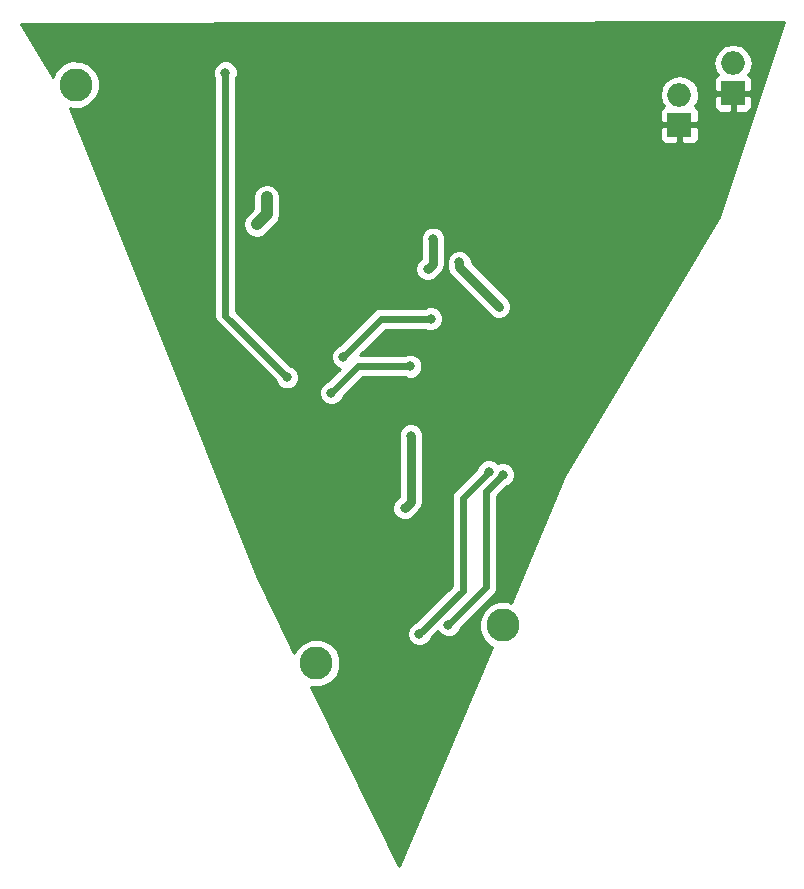
<source format=gbr>
G04 #@! TF.GenerationSoftware,KiCad,Pcbnew,no-vcs-found*
G04 #@! TF.CreationDate,2018-07-23T22:53:43+02:00*
G04 #@! TF.ProjectId,mycelium_pcb_sensor,6D7963656C69756D5F7063625F73656E,rev?*
G04 #@! TF.SameCoordinates,Original
G04 #@! TF.FileFunction,Copper,L2,Bot,Signal*
G04 #@! TF.FilePolarity,Positive*
%FSLAX46Y46*%
G04 Gerber Fmt 4.6, Leading zero omitted, Abs format (unit mm)*
G04 Created by KiCad (PCBNEW no-vcs-found) date Mon Jul 23 22:53:43 2018*
%MOMM*%
%LPD*%
G01*
G04 APERTURE LIST*
%ADD10O,2.000000X2.000000*%
%ADD11R,2.000000X2.000000*%
%ADD12C,2.800000*%
%ADD13C,0.800000*%
%ADD14C,0.250000*%
%ADD15C,0.800000*%
%ADD16C,1.000000*%
%ADD17C,0.600000*%
%ADD18C,0.254000*%
G04 APERTURE END LIST*
D10*
X87210900Y-45999400D03*
D11*
X87210900Y-48539400D03*
X82677000Y-51206400D03*
D10*
X82677000Y-48666400D03*
D12*
X31559500Y-47802800D03*
X51917600Y-96786700D03*
X67729100Y-93599000D03*
D13*
X69964300Y-70142100D03*
X68224400Y-63030100D03*
X54648100Y-94996000D03*
X59397900Y-99301300D03*
X56210200Y-90474800D03*
X45770800Y-71132700D03*
X69062600Y-76225400D03*
X54254400Y-75438000D03*
X42799000Y-53759100D03*
X45707300Y-55600600D03*
X56883300Y-62750700D03*
X52920900Y-65874900D03*
X64312800Y-66217800D03*
X71755000Y-60236100D03*
X77952600Y-55765700D03*
X61353700Y-63423800D03*
X61798200Y-60858400D03*
X59397900Y-83667600D03*
X59931300Y-77533500D03*
X64033400Y-62865000D03*
X67386200Y-66611500D03*
X47726600Y-57327800D03*
X46888400Y-59626500D03*
X49453800Y-72580500D03*
X44234100Y-46786800D03*
X61607700Y-67627500D03*
X54178200Y-70866000D03*
X67703700Y-80835500D03*
X63119000Y-93573600D03*
X66522600Y-80581500D03*
X60655200Y-94322900D03*
X53187600Y-73914000D03*
X59880500Y-71666100D03*
D14*
X52920900Y-65874900D02*
X52920900Y-65887600D01*
D15*
X61353700Y-63423800D02*
X61798200Y-62979300D01*
X61798200Y-62979300D02*
X61798200Y-60858400D01*
X59397900Y-83667600D02*
X59931300Y-83134200D01*
X59931300Y-83134200D02*
X59931300Y-77533500D01*
X64033400Y-63258700D02*
X64033400Y-62865000D01*
X67386200Y-66611500D02*
X64033400Y-63258700D01*
D16*
X47726600Y-58788300D02*
X47726600Y-57327800D01*
X46888400Y-59626500D02*
X47726600Y-58788300D01*
D17*
X49453800Y-72580500D02*
X44234100Y-67360800D01*
X44234100Y-67360800D02*
X44234100Y-46786800D01*
X57416700Y-67627500D02*
X61607700Y-67627500D01*
X54178200Y-70866000D02*
X57416700Y-67627500D01*
X66306700Y-82232500D02*
X67703700Y-80835500D01*
X66306700Y-90385900D02*
X66306700Y-82232500D01*
X63119000Y-93573600D02*
X66306700Y-90385900D01*
X64312800Y-82791300D02*
X66522600Y-80581500D01*
X64312800Y-90665300D02*
X64312800Y-82791300D01*
X60655200Y-94322900D02*
X64312800Y-90665300D01*
X53187600Y-73914000D02*
X55460900Y-71666100D01*
X55460900Y-71666100D02*
X59880500Y-71666100D01*
D18*
G36*
X85989931Y-59001694D02*
X72915876Y-80961030D01*
X72908062Y-80976457D01*
X68379461Y-91665588D01*
X68135662Y-91564354D01*
X67326089Y-91563648D01*
X66577871Y-91872805D01*
X66004917Y-92444760D01*
X65694454Y-93192438D01*
X65693748Y-94002011D01*
X66002905Y-94750229D01*
X66574860Y-95323183D01*
X66791719Y-95413231D01*
X58919644Y-113994163D01*
X51484199Y-98810202D01*
X51511038Y-98821346D01*
X52320611Y-98822052D01*
X53068829Y-98512895D01*
X53641783Y-97940940D01*
X53952246Y-97193262D01*
X53952952Y-96383689D01*
X53643795Y-95635471D01*
X53071840Y-95062517D01*
X52324162Y-94752054D01*
X51514589Y-94751348D01*
X50766371Y-95060505D01*
X50193417Y-95632460D01*
X50071668Y-95925664D01*
X49387182Y-94527871D01*
X59620021Y-94527871D01*
X59777258Y-94908415D01*
X60068154Y-95199819D01*
X60448423Y-95357720D01*
X60860171Y-95358079D01*
X61240715Y-95200842D01*
X61532119Y-94909946D01*
X61632721Y-94667669D01*
X62211883Y-94088507D01*
X62241058Y-94159115D01*
X62531954Y-94450519D01*
X62912223Y-94608420D01*
X63323971Y-94608779D01*
X63704515Y-94451542D01*
X63995919Y-94160646D01*
X64096521Y-93918369D01*
X66967845Y-91047045D01*
X66983839Y-91023108D01*
X67170527Y-90743709D01*
X67186124Y-90665300D01*
X67241701Y-90385900D01*
X67241700Y-90385895D01*
X67241700Y-82619790D01*
X68048648Y-81812842D01*
X68289215Y-81713442D01*
X68580619Y-81422546D01*
X68738520Y-81042277D01*
X68738879Y-80630529D01*
X68581642Y-80249985D01*
X68290746Y-79958581D01*
X67910477Y-79800680D01*
X67498729Y-79800321D01*
X67290930Y-79886182D01*
X67109646Y-79704581D01*
X66729377Y-79546680D01*
X66317629Y-79546321D01*
X65937085Y-79703558D01*
X65645681Y-79994454D01*
X65545079Y-80236731D01*
X63651655Y-82130155D01*
X63448973Y-82433491D01*
X63377800Y-82791300D01*
X63377800Y-90278010D01*
X60310252Y-93345558D01*
X60069685Y-93444958D01*
X59778281Y-93735854D01*
X59620380Y-94116123D01*
X59620021Y-94527871D01*
X49387182Y-94527871D01*
X46979143Y-89610402D01*
X44682224Y-83872571D01*
X58362721Y-83872571D01*
X58519958Y-84253115D01*
X58810854Y-84544519D01*
X59191123Y-84702420D01*
X59397896Y-84702600D01*
X59397900Y-84702601D01*
X59397904Y-84702600D01*
X59602871Y-84702779D01*
X59983415Y-84545542D01*
X60274819Y-84254646D01*
X60274999Y-84254213D01*
X60663153Y-83866058D01*
X60663156Y-83866056D01*
X60887515Y-83530277D01*
X60900971Y-83462629D01*
X60966301Y-83134200D01*
X60966300Y-83134195D01*
X60966300Y-77533500D01*
X60966479Y-77328529D01*
X60809242Y-76947985D01*
X60518346Y-76656581D01*
X60138077Y-76498680D01*
X59726329Y-76498321D01*
X59345785Y-76655558D01*
X59054381Y-76946454D01*
X58896480Y-77326723D01*
X58896121Y-77738471D01*
X58896300Y-77738904D01*
X58896300Y-82705488D01*
X58666109Y-82935679D01*
X58520981Y-83080554D01*
X58363080Y-83460823D01*
X58362900Y-83667596D01*
X58362899Y-83667600D01*
X58362900Y-83667604D01*
X58362721Y-83872571D01*
X44682224Y-83872571D01*
X40777745Y-74118971D01*
X52152421Y-74118971D01*
X52309658Y-74499515D01*
X52600554Y-74790919D01*
X52980823Y-74948820D01*
X53392571Y-74949179D01*
X53773115Y-74791942D01*
X54064519Y-74501046D01*
X54162616Y-74264801D01*
X55845116Y-72601100D01*
X59433329Y-72601100D01*
X59673723Y-72700920D01*
X60085471Y-72701279D01*
X60466015Y-72544042D01*
X60757419Y-72253146D01*
X60915320Y-71872877D01*
X60915679Y-71461129D01*
X60758442Y-71080585D01*
X60467546Y-70789181D01*
X60087277Y-70631280D01*
X59675529Y-70630921D01*
X59433076Y-70731100D01*
X55635390Y-70731100D01*
X57803990Y-68562500D01*
X61160529Y-68562500D01*
X61400923Y-68662320D01*
X61812671Y-68662679D01*
X62193215Y-68505442D01*
X62484619Y-68214546D01*
X62642520Y-67834277D01*
X62642879Y-67422529D01*
X62485642Y-67041985D01*
X62194746Y-66750581D01*
X61814477Y-66592680D01*
X61402729Y-66592321D01*
X61160276Y-66692500D01*
X57416700Y-66692500D01*
X57058891Y-66763673D01*
X56755555Y-66966355D01*
X53833252Y-69888658D01*
X53592685Y-69988058D01*
X53301281Y-70278954D01*
X53143380Y-70659223D01*
X53143021Y-71070971D01*
X53300258Y-71451515D01*
X53591154Y-71742919D01*
X53916718Y-71878105D01*
X52848753Y-72934137D01*
X52602085Y-73036058D01*
X52310681Y-73326954D01*
X52152780Y-73707223D01*
X52152421Y-74118971D01*
X40777745Y-74118971D01*
X31038557Y-49789951D01*
X31152938Y-49837446D01*
X31962511Y-49838152D01*
X32710729Y-49528995D01*
X33283683Y-48957040D01*
X33594146Y-48209362D01*
X33594852Y-47399789D01*
X33426263Y-46991771D01*
X43198921Y-46991771D01*
X43299100Y-47234224D01*
X43299100Y-67360800D01*
X43370273Y-67718609D01*
X43572955Y-68021945D01*
X48476458Y-72925448D01*
X48575858Y-73166015D01*
X48866754Y-73457419D01*
X49247023Y-73615320D01*
X49658771Y-73615679D01*
X50039315Y-73458442D01*
X50330719Y-73167546D01*
X50488620Y-72787277D01*
X50488979Y-72375529D01*
X50331742Y-71994985D01*
X50040846Y-71703581D01*
X49798569Y-71602979D01*
X45169100Y-66973510D01*
X45169100Y-63628771D01*
X60318521Y-63628771D01*
X60475758Y-64009315D01*
X60766654Y-64300719D01*
X61146923Y-64458620D01*
X61353696Y-64458800D01*
X61353700Y-64458801D01*
X61353704Y-64458800D01*
X61558671Y-64458979D01*
X61939215Y-64301742D01*
X62230619Y-64010846D01*
X62230799Y-64010413D01*
X62530053Y-63711158D01*
X62530056Y-63711156D01*
X62754415Y-63375377D01*
X62777624Y-63258700D01*
X62815165Y-63069971D01*
X62998221Y-63069971D01*
X62998400Y-63070404D01*
X62998400Y-63258695D01*
X62998399Y-63258700D01*
X63077185Y-63654777D01*
X63301544Y-63990556D01*
X66653706Y-67342717D01*
X66799154Y-67488419D01*
X67179423Y-67646320D01*
X67386196Y-67646500D01*
X67386200Y-67646501D01*
X67386204Y-67646500D01*
X67591171Y-67646679D01*
X67971715Y-67489442D01*
X68263119Y-67198546D01*
X68421020Y-66818277D01*
X68421200Y-66611504D01*
X68421201Y-66611500D01*
X68421200Y-66611496D01*
X68421379Y-66406529D01*
X68264142Y-66025985D01*
X67973246Y-65734581D01*
X67972812Y-65734401D01*
X65068431Y-62830019D01*
X65068579Y-62660029D01*
X64911342Y-62279485D01*
X64620446Y-61988081D01*
X64240177Y-61830180D01*
X63828429Y-61829821D01*
X63447885Y-61987058D01*
X63156481Y-62277954D01*
X62998580Y-62658223D01*
X62998221Y-63069971D01*
X62815165Y-63069971D01*
X62833201Y-62979300D01*
X62833200Y-62979295D01*
X62833200Y-60858400D01*
X62833379Y-60653429D01*
X62676142Y-60272885D01*
X62385246Y-59981481D01*
X62004977Y-59823580D01*
X61593229Y-59823221D01*
X61212685Y-59980458D01*
X60921281Y-60271354D01*
X60763380Y-60651623D01*
X60763021Y-61063371D01*
X60763200Y-61063804D01*
X60763200Y-62550588D01*
X60621909Y-62691879D01*
X60476781Y-62836754D01*
X60318880Y-63217023D01*
X60318700Y-63423796D01*
X60318699Y-63423800D01*
X60318700Y-63423804D01*
X60318521Y-63628771D01*
X45169100Y-63628771D01*
X45169100Y-59626500D01*
X45753400Y-59626500D01*
X45839797Y-60060845D01*
X46085834Y-60429066D01*
X46454055Y-60675103D01*
X46888400Y-60761500D01*
X47322745Y-60675103D01*
X47690966Y-60429066D01*
X48529166Y-59590866D01*
X48643520Y-59419723D01*
X48775203Y-59222646D01*
X48861600Y-58788300D01*
X48861600Y-57327800D01*
X48775203Y-56893454D01*
X48529166Y-56525234D01*
X48160946Y-56279197D01*
X47726600Y-56192800D01*
X47292254Y-56279197D01*
X46924034Y-56525234D01*
X46677997Y-56893454D01*
X46591600Y-57327800D01*
X46591600Y-58318168D01*
X46085834Y-58823934D01*
X45839797Y-59192155D01*
X45753400Y-59626500D01*
X45169100Y-59626500D01*
X45169100Y-51492150D01*
X81042000Y-51492150D01*
X81042000Y-52332710D01*
X81138673Y-52566099D01*
X81317302Y-52744727D01*
X81550691Y-52841400D01*
X82391250Y-52841400D01*
X82550000Y-52682650D01*
X82550000Y-51333400D01*
X82804000Y-51333400D01*
X82804000Y-52682650D01*
X82962750Y-52841400D01*
X83803309Y-52841400D01*
X84036698Y-52744727D01*
X84215327Y-52566099D01*
X84312000Y-52332710D01*
X84312000Y-51492150D01*
X84153250Y-51333400D01*
X82804000Y-51333400D01*
X82550000Y-51333400D01*
X81200750Y-51333400D01*
X81042000Y-51492150D01*
X45169100Y-51492150D01*
X45169100Y-48666400D01*
X81009968Y-48666400D01*
X81134425Y-49292087D01*
X81370834Y-49645899D01*
X81317302Y-49668073D01*
X81138673Y-49846701D01*
X81042000Y-50080090D01*
X81042000Y-50920650D01*
X81200750Y-51079400D01*
X82550000Y-51079400D01*
X82550000Y-51059400D01*
X82804000Y-51059400D01*
X82804000Y-51079400D01*
X84153250Y-51079400D01*
X84312000Y-50920650D01*
X84312000Y-50080090D01*
X84215327Y-49846701D01*
X84036698Y-49668073D01*
X83983166Y-49645899D01*
X84219575Y-49292087D01*
X84312454Y-48825150D01*
X85575900Y-48825150D01*
X85575900Y-49665710D01*
X85672573Y-49899099D01*
X85851202Y-50077727D01*
X86084591Y-50174400D01*
X86925150Y-50174400D01*
X87083900Y-50015650D01*
X87083900Y-48666400D01*
X87337900Y-48666400D01*
X87337900Y-50015650D01*
X87496650Y-50174400D01*
X88337209Y-50174400D01*
X88570598Y-50077727D01*
X88749227Y-49899099D01*
X88845900Y-49665710D01*
X88845900Y-48825150D01*
X88687150Y-48666400D01*
X87337900Y-48666400D01*
X87083900Y-48666400D01*
X85734650Y-48666400D01*
X85575900Y-48825150D01*
X84312454Y-48825150D01*
X84344032Y-48666400D01*
X84219575Y-48040713D01*
X83865152Y-47510280D01*
X83334719Y-47155857D01*
X82709032Y-47031400D01*
X82644968Y-47031400D01*
X82019281Y-47155857D01*
X81488848Y-47510280D01*
X81134425Y-48040713D01*
X81009968Y-48666400D01*
X45169100Y-48666400D01*
X45169100Y-47233971D01*
X45268920Y-46993577D01*
X45269279Y-46581829D01*
X45112042Y-46201285D01*
X44910509Y-45999400D01*
X85543868Y-45999400D01*
X85668325Y-46625087D01*
X85904734Y-46978899D01*
X85851202Y-47001073D01*
X85672573Y-47179701D01*
X85575900Y-47413090D01*
X85575900Y-48253650D01*
X85734650Y-48412400D01*
X87083900Y-48412400D01*
X87083900Y-48392400D01*
X87337900Y-48392400D01*
X87337900Y-48412400D01*
X88687150Y-48412400D01*
X88845900Y-48253650D01*
X88845900Y-47413090D01*
X88749227Y-47179701D01*
X88570598Y-47001073D01*
X88517066Y-46978899D01*
X88753475Y-46625087D01*
X88877932Y-45999400D01*
X88753475Y-45373713D01*
X88399052Y-44843280D01*
X87868619Y-44488857D01*
X87242932Y-44364400D01*
X87178868Y-44364400D01*
X86553181Y-44488857D01*
X86022748Y-44843280D01*
X85668325Y-45373713D01*
X85543868Y-45999400D01*
X44910509Y-45999400D01*
X44821146Y-45909881D01*
X44440877Y-45751980D01*
X44029129Y-45751621D01*
X43648585Y-45908858D01*
X43357181Y-46199754D01*
X43199280Y-46580023D01*
X43198921Y-46991771D01*
X33426263Y-46991771D01*
X33285695Y-46651571D01*
X32713740Y-46078617D01*
X31966062Y-45768154D01*
X31156489Y-45767448D01*
X30408271Y-46076605D01*
X29835317Y-46648560D01*
X29627389Y-47149305D01*
X26895964Y-42671559D01*
X91517255Y-42545346D01*
X85989931Y-59001694D01*
X85989931Y-59001694D01*
G37*
X85989931Y-59001694D02*
X72915876Y-80961030D01*
X72908062Y-80976457D01*
X68379461Y-91665588D01*
X68135662Y-91564354D01*
X67326089Y-91563648D01*
X66577871Y-91872805D01*
X66004917Y-92444760D01*
X65694454Y-93192438D01*
X65693748Y-94002011D01*
X66002905Y-94750229D01*
X66574860Y-95323183D01*
X66791719Y-95413231D01*
X58919644Y-113994163D01*
X51484199Y-98810202D01*
X51511038Y-98821346D01*
X52320611Y-98822052D01*
X53068829Y-98512895D01*
X53641783Y-97940940D01*
X53952246Y-97193262D01*
X53952952Y-96383689D01*
X53643795Y-95635471D01*
X53071840Y-95062517D01*
X52324162Y-94752054D01*
X51514589Y-94751348D01*
X50766371Y-95060505D01*
X50193417Y-95632460D01*
X50071668Y-95925664D01*
X49387182Y-94527871D01*
X59620021Y-94527871D01*
X59777258Y-94908415D01*
X60068154Y-95199819D01*
X60448423Y-95357720D01*
X60860171Y-95358079D01*
X61240715Y-95200842D01*
X61532119Y-94909946D01*
X61632721Y-94667669D01*
X62211883Y-94088507D01*
X62241058Y-94159115D01*
X62531954Y-94450519D01*
X62912223Y-94608420D01*
X63323971Y-94608779D01*
X63704515Y-94451542D01*
X63995919Y-94160646D01*
X64096521Y-93918369D01*
X66967845Y-91047045D01*
X66983839Y-91023108D01*
X67170527Y-90743709D01*
X67186124Y-90665300D01*
X67241701Y-90385900D01*
X67241700Y-90385895D01*
X67241700Y-82619790D01*
X68048648Y-81812842D01*
X68289215Y-81713442D01*
X68580619Y-81422546D01*
X68738520Y-81042277D01*
X68738879Y-80630529D01*
X68581642Y-80249985D01*
X68290746Y-79958581D01*
X67910477Y-79800680D01*
X67498729Y-79800321D01*
X67290930Y-79886182D01*
X67109646Y-79704581D01*
X66729377Y-79546680D01*
X66317629Y-79546321D01*
X65937085Y-79703558D01*
X65645681Y-79994454D01*
X65545079Y-80236731D01*
X63651655Y-82130155D01*
X63448973Y-82433491D01*
X63377800Y-82791300D01*
X63377800Y-90278010D01*
X60310252Y-93345558D01*
X60069685Y-93444958D01*
X59778281Y-93735854D01*
X59620380Y-94116123D01*
X59620021Y-94527871D01*
X49387182Y-94527871D01*
X46979143Y-89610402D01*
X44682224Y-83872571D01*
X58362721Y-83872571D01*
X58519958Y-84253115D01*
X58810854Y-84544519D01*
X59191123Y-84702420D01*
X59397896Y-84702600D01*
X59397900Y-84702601D01*
X59397904Y-84702600D01*
X59602871Y-84702779D01*
X59983415Y-84545542D01*
X60274819Y-84254646D01*
X60274999Y-84254213D01*
X60663153Y-83866058D01*
X60663156Y-83866056D01*
X60887515Y-83530277D01*
X60900971Y-83462629D01*
X60966301Y-83134200D01*
X60966300Y-83134195D01*
X60966300Y-77533500D01*
X60966479Y-77328529D01*
X60809242Y-76947985D01*
X60518346Y-76656581D01*
X60138077Y-76498680D01*
X59726329Y-76498321D01*
X59345785Y-76655558D01*
X59054381Y-76946454D01*
X58896480Y-77326723D01*
X58896121Y-77738471D01*
X58896300Y-77738904D01*
X58896300Y-82705488D01*
X58666109Y-82935679D01*
X58520981Y-83080554D01*
X58363080Y-83460823D01*
X58362900Y-83667596D01*
X58362899Y-83667600D01*
X58362900Y-83667604D01*
X58362721Y-83872571D01*
X44682224Y-83872571D01*
X40777745Y-74118971D01*
X52152421Y-74118971D01*
X52309658Y-74499515D01*
X52600554Y-74790919D01*
X52980823Y-74948820D01*
X53392571Y-74949179D01*
X53773115Y-74791942D01*
X54064519Y-74501046D01*
X54162616Y-74264801D01*
X55845116Y-72601100D01*
X59433329Y-72601100D01*
X59673723Y-72700920D01*
X60085471Y-72701279D01*
X60466015Y-72544042D01*
X60757419Y-72253146D01*
X60915320Y-71872877D01*
X60915679Y-71461129D01*
X60758442Y-71080585D01*
X60467546Y-70789181D01*
X60087277Y-70631280D01*
X59675529Y-70630921D01*
X59433076Y-70731100D01*
X55635390Y-70731100D01*
X57803990Y-68562500D01*
X61160529Y-68562500D01*
X61400923Y-68662320D01*
X61812671Y-68662679D01*
X62193215Y-68505442D01*
X62484619Y-68214546D01*
X62642520Y-67834277D01*
X62642879Y-67422529D01*
X62485642Y-67041985D01*
X62194746Y-66750581D01*
X61814477Y-66592680D01*
X61402729Y-66592321D01*
X61160276Y-66692500D01*
X57416700Y-66692500D01*
X57058891Y-66763673D01*
X56755555Y-66966355D01*
X53833252Y-69888658D01*
X53592685Y-69988058D01*
X53301281Y-70278954D01*
X53143380Y-70659223D01*
X53143021Y-71070971D01*
X53300258Y-71451515D01*
X53591154Y-71742919D01*
X53916718Y-71878105D01*
X52848753Y-72934137D01*
X52602085Y-73036058D01*
X52310681Y-73326954D01*
X52152780Y-73707223D01*
X52152421Y-74118971D01*
X40777745Y-74118971D01*
X31038557Y-49789951D01*
X31152938Y-49837446D01*
X31962511Y-49838152D01*
X32710729Y-49528995D01*
X33283683Y-48957040D01*
X33594146Y-48209362D01*
X33594852Y-47399789D01*
X33426263Y-46991771D01*
X43198921Y-46991771D01*
X43299100Y-47234224D01*
X43299100Y-67360800D01*
X43370273Y-67718609D01*
X43572955Y-68021945D01*
X48476458Y-72925448D01*
X48575858Y-73166015D01*
X48866754Y-73457419D01*
X49247023Y-73615320D01*
X49658771Y-73615679D01*
X50039315Y-73458442D01*
X50330719Y-73167546D01*
X50488620Y-72787277D01*
X50488979Y-72375529D01*
X50331742Y-71994985D01*
X50040846Y-71703581D01*
X49798569Y-71602979D01*
X45169100Y-66973510D01*
X45169100Y-63628771D01*
X60318521Y-63628771D01*
X60475758Y-64009315D01*
X60766654Y-64300719D01*
X61146923Y-64458620D01*
X61353696Y-64458800D01*
X61353700Y-64458801D01*
X61353704Y-64458800D01*
X61558671Y-64458979D01*
X61939215Y-64301742D01*
X62230619Y-64010846D01*
X62230799Y-64010413D01*
X62530053Y-63711158D01*
X62530056Y-63711156D01*
X62754415Y-63375377D01*
X62777624Y-63258700D01*
X62815165Y-63069971D01*
X62998221Y-63069971D01*
X62998400Y-63070404D01*
X62998400Y-63258695D01*
X62998399Y-63258700D01*
X63077185Y-63654777D01*
X63301544Y-63990556D01*
X66653706Y-67342717D01*
X66799154Y-67488419D01*
X67179423Y-67646320D01*
X67386196Y-67646500D01*
X67386200Y-67646501D01*
X67386204Y-67646500D01*
X67591171Y-67646679D01*
X67971715Y-67489442D01*
X68263119Y-67198546D01*
X68421020Y-66818277D01*
X68421200Y-66611504D01*
X68421201Y-66611500D01*
X68421200Y-66611496D01*
X68421379Y-66406529D01*
X68264142Y-66025985D01*
X67973246Y-65734581D01*
X67972812Y-65734401D01*
X65068431Y-62830019D01*
X65068579Y-62660029D01*
X64911342Y-62279485D01*
X64620446Y-61988081D01*
X64240177Y-61830180D01*
X63828429Y-61829821D01*
X63447885Y-61987058D01*
X63156481Y-62277954D01*
X62998580Y-62658223D01*
X62998221Y-63069971D01*
X62815165Y-63069971D01*
X62833201Y-62979300D01*
X62833200Y-62979295D01*
X62833200Y-60858400D01*
X62833379Y-60653429D01*
X62676142Y-60272885D01*
X62385246Y-59981481D01*
X62004977Y-59823580D01*
X61593229Y-59823221D01*
X61212685Y-59980458D01*
X60921281Y-60271354D01*
X60763380Y-60651623D01*
X60763021Y-61063371D01*
X60763200Y-61063804D01*
X60763200Y-62550588D01*
X60621909Y-62691879D01*
X60476781Y-62836754D01*
X60318880Y-63217023D01*
X60318700Y-63423796D01*
X60318699Y-63423800D01*
X60318700Y-63423804D01*
X60318521Y-63628771D01*
X45169100Y-63628771D01*
X45169100Y-59626500D01*
X45753400Y-59626500D01*
X45839797Y-60060845D01*
X46085834Y-60429066D01*
X46454055Y-60675103D01*
X46888400Y-60761500D01*
X47322745Y-60675103D01*
X47690966Y-60429066D01*
X48529166Y-59590866D01*
X48643520Y-59419723D01*
X48775203Y-59222646D01*
X48861600Y-58788300D01*
X48861600Y-57327800D01*
X48775203Y-56893454D01*
X48529166Y-56525234D01*
X48160946Y-56279197D01*
X47726600Y-56192800D01*
X47292254Y-56279197D01*
X46924034Y-56525234D01*
X46677997Y-56893454D01*
X46591600Y-57327800D01*
X46591600Y-58318168D01*
X46085834Y-58823934D01*
X45839797Y-59192155D01*
X45753400Y-59626500D01*
X45169100Y-59626500D01*
X45169100Y-51492150D01*
X81042000Y-51492150D01*
X81042000Y-52332710D01*
X81138673Y-52566099D01*
X81317302Y-52744727D01*
X81550691Y-52841400D01*
X82391250Y-52841400D01*
X82550000Y-52682650D01*
X82550000Y-51333400D01*
X82804000Y-51333400D01*
X82804000Y-52682650D01*
X82962750Y-52841400D01*
X83803309Y-52841400D01*
X84036698Y-52744727D01*
X84215327Y-52566099D01*
X84312000Y-52332710D01*
X84312000Y-51492150D01*
X84153250Y-51333400D01*
X82804000Y-51333400D01*
X82550000Y-51333400D01*
X81200750Y-51333400D01*
X81042000Y-51492150D01*
X45169100Y-51492150D01*
X45169100Y-48666400D01*
X81009968Y-48666400D01*
X81134425Y-49292087D01*
X81370834Y-49645899D01*
X81317302Y-49668073D01*
X81138673Y-49846701D01*
X81042000Y-50080090D01*
X81042000Y-50920650D01*
X81200750Y-51079400D01*
X82550000Y-51079400D01*
X82550000Y-51059400D01*
X82804000Y-51059400D01*
X82804000Y-51079400D01*
X84153250Y-51079400D01*
X84312000Y-50920650D01*
X84312000Y-50080090D01*
X84215327Y-49846701D01*
X84036698Y-49668073D01*
X83983166Y-49645899D01*
X84219575Y-49292087D01*
X84312454Y-48825150D01*
X85575900Y-48825150D01*
X85575900Y-49665710D01*
X85672573Y-49899099D01*
X85851202Y-50077727D01*
X86084591Y-50174400D01*
X86925150Y-50174400D01*
X87083900Y-50015650D01*
X87083900Y-48666400D01*
X87337900Y-48666400D01*
X87337900Y-50015650D01*
X87496650Y-50174400D01*
X88337209Y-50174400D01*
X88570598Y-50077727D01*
X88749227Y-49899099D01*
X88845900Y-49665710D01*
X88845900Y-48825150D01*
X88687150Y-48666400D01*
X87337900Y-48666400D01*
X87083900Y-48666400D01*
X85734650Y-48666400D01*
X85575900Y-48825150D01*
X84312454Y-48825150D01*
X84344032Y-48666400D01*
X84219575Y-48040713D01*
X83865152Y-47510280D01*
X83334719Y-47155857D01*
X82709032Y-47031400D01*
X82644968Y-47031400D01*
X82019281Y-47155857D01*
X81488848Y-47510280D01*
X81134425Y-48040713D01*
X81009968Y-48666400D01*
X45169100Y-48666400D01*
X45169100Y-47233971D01*
X45268920Y-46993577D01*
X45269279Y-46581829D01*
X45112042Y-46201285D01*
X44910509Y-45999400D01*
X85543868Y-45999400D01*
X85668325Y-46625087D01*
X85904734Y-46978899D01*
X85851202Y-47001073D01*
X85672573Y-47179701D01*
X85575900Y-47413090D01*
X85575900Y-48253650D01*
X85734650Y-48412400D01*
X87083900Y-48412400D01*
X87083900Y-48392400D01*
X87337900Y-48392400D01*
X87337900Y-48412400D01*
X88687150Y-48412400D01*
X88845900Y-48253650D01*
X88845900Y-47413090D01*
X88749227Y-47179701D01*
X88570598Y-47001073D01*
X88517066Y-46978899D01*
X88753475Y-46625087D01*
X88877932Y-45999400D01*
X88753475Y-45373713D01*
X88399052Y-44843280D01*
X87868619Y-44488857D01*
X87242932Y-44364400D01*
X87178868Y-44364400D01*
X86553181Y-44488857D01*
X86022748Y-44843280D01*
X85668325Y-45373713D01*
X85543868Y-45999400D01*
X44910509Y-45999400D01*
X44821146Y-45909881D01*
X44440877Y-45751980D01*
X44029129Y-45751621D01*
X43648585Y-45908858D01*
X43357181Y-46199754D01*
X43199280Y-46580023D01*
X43198921Y-46991771D01*
X33426263Y-46991771D01*
X33285695Y-46651571D01*
X32713740Y-46078617D01*
X31966062Y-45768154D01*
X31156489Y-45767448D01*
X30408271Y-46076605D01*
X29835317Y-46648560D01*
X29627389Y-47149305D01*
X26895964Y-42671559D01*
X91517255Y-42545346D01*
X85989931Y-59001694D01*
M02*

</source>
